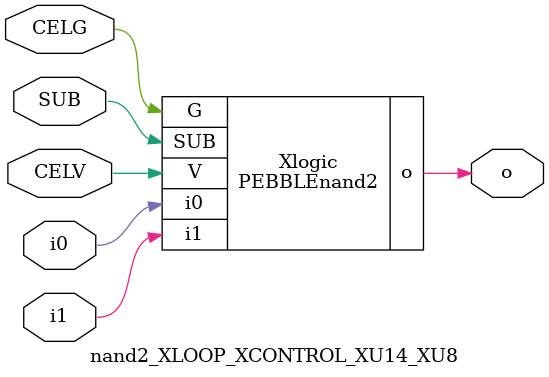
<source format=v>



module PEBBLEnand2 ( o, G, SUB, V, i0, i1 );

  input i0;
  input V;
  input i1;
  input G;
  output o;
  input SUB;
endmodule

//Celera Confidential Do Not Copy nand2_XLOOP_XCONTROL_XU14_XU8
//Celera Confidential Symbol Generator
//5V NAND2
module nand2_XLOOP_XCONTROL_XU14_XU8 (CELV,CELG,i0,i1,o,SUB);
input CELV;
input CELG;
input i0;
input i1;
input SUB;
output o;

//Celera Confidential Do Not Copy nand2
PEBBLEnand2 Xlogic(
.V (CELV),
.i0 (i0),
.i1 (i1),
.o (o),
.SUB (SUB),
.G (CELG)
);
//,diesize,PEBBLEnand2

//Celera Confidential Do Not Copy Module End
//Celera Schematic Generator
endmodule

</source>
